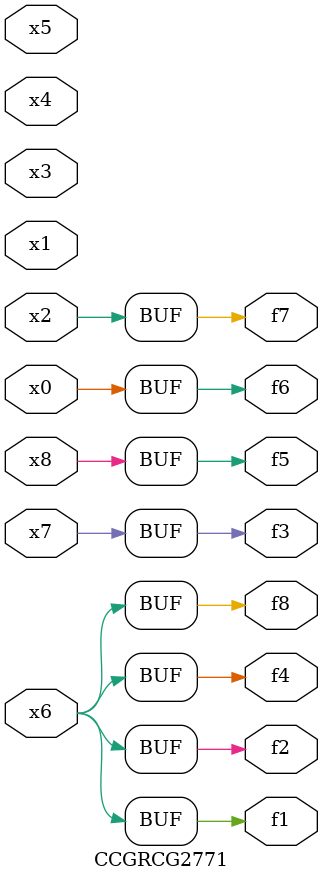
<source format=v>
module CCGRCG2771(
	input x0, x1, x2, x3, x4, x5, x6, x7, x8,
	output f1, f2, f3, f4, f5, f6, f7, f8
);
	assign f1 = x6;
	assign f2 = x6;
	assign f3 = x7;
	assign f4 = x6;
	assign f5 = x8;
	assign f6 = x0;
	assign f7 = x2;
	assign f8 = x6;
endmodule

</source>
